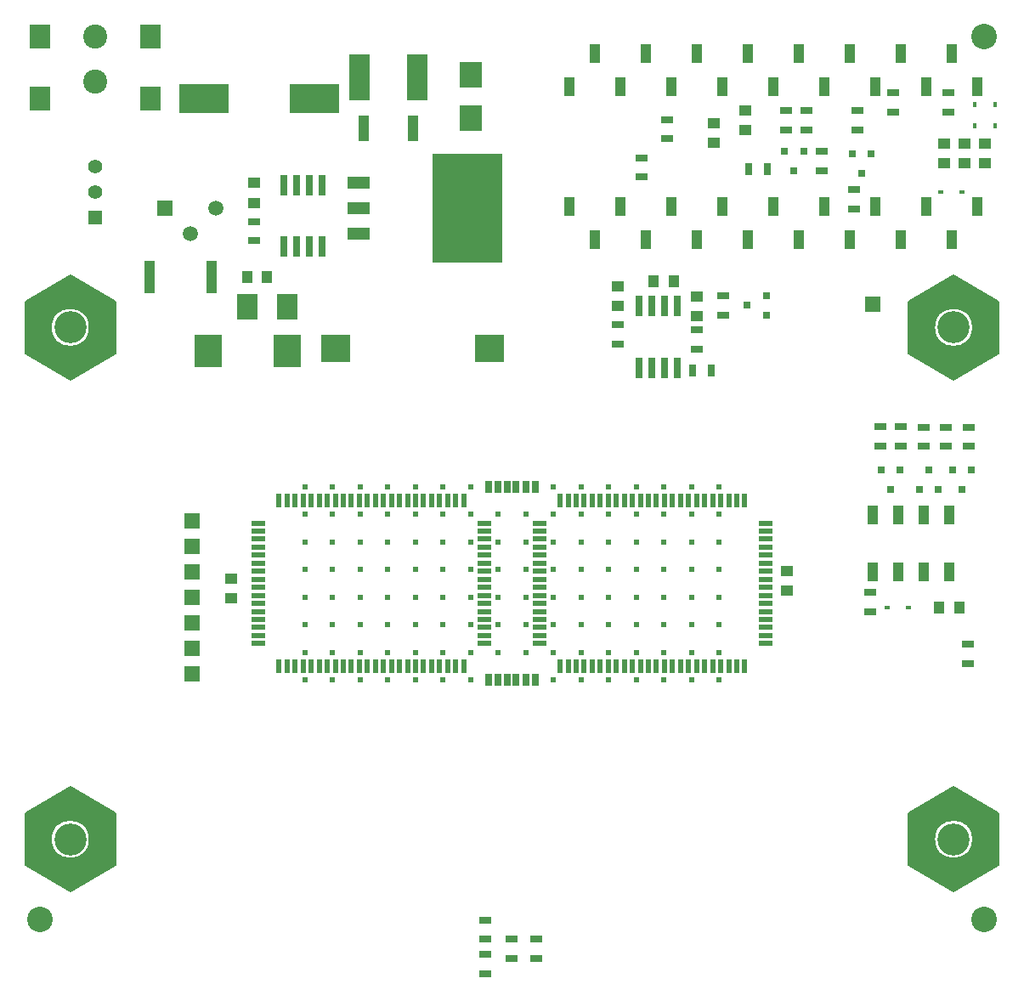
<source format=gbr>
G04 #@! TF.FileFunction,Soldermask,Bot*
%FSLAX46Y46*%
G04 Gerber Fmt 4.6, Leading zero omitted, Abs format (unit mm)*
G04 Created by KiCad (PCBNEW 4.1.0-alpha+201607190716+6983~46~ubuntu14.04.1-product) date Tue Aug 16 21:10:14 2016*
%MOMM*%
%LPD*%
G01*
G04 APERTURE LIST*
%ADD10C,0.100000*%
%ADD11C,2.250000*%
%ADD12C,0.150000*%
%ADD13C,1.000000*%
%ADD14R,0.660400X2.032000*%
%ADD15R,1.020000X1.900000*%
%ADD16C,1.510000*%
%ADD17R,1.510000X1.510000*%
%ADD18R,1.000000X3.200000*%
%ADD19R,1.000000X2.500000*%
%ADD20R,2.920000X2.790000*%
%ADD21R,2.286000X1.143000*%
%ADD22R,6.997700X10.800080*%
%ADD23R,1.000000X1.250000*%
%ADD24R,1.250000X1.000000*%
%ADD25R,2.000000X2.500000*%
%ADD26R,1.300000X0.700000*%
%ADD27R,5.000000X3.000000*%
%ADD28R,2.700000X3.200000*%
%ADD29R,1.020000X1.850000*%
%ADD30C,2.400000*%
%ADD31R,2.000000X2.400000*%
%ADD32R,0.450000X0.590000*%
%ADD33R,0.590000X0.450000*%
%ADD34R,0.800100X0.800100*%
%ADD35R,0.700000X1.300000*%
%ADD36R,1.397000X1.397000*%
%ADD37C,1.397000*%
%ADD38R,2.000000X4.600000*%
%ADD39R,2.300000X2.500000*%
%ADD40R,0.500000X1.480000*%
%ADD41R,1.480000X0.500000*%
%ADD42C,2.540000*%
%ADD43C,0.604800*%
%ADD44R,0.800000X1.300000*%
%ADD45R,1.501140X1.501140*%
%ADD46C,3.200000*%
G04 APERTURE END LIST*
D10*
D11*
X146982767Y-74000000D02*
G75*
G03X146982767Y-74000000I-2982767J0D01*
G01*
D12*
X139500000Y-71402000D02*
X139500000Y-76598000D01*
X148500000Y-71402000D02*
X148500000Y-76598000D01*
X144000000Y-68804000D02*
X148500000Y-71402000D01*
X139500000Y-71402000D02*
X144000000Y-68804000D01*
X144000000Y-79196000D02*
X139500000Y-76598000D01*
X148500000Y-76598000D02*
X144000000Y-79196000D01*
D13*
X140000000Y-71700000D02*
X144000000Y-69400000D01*
X140000000Y-76300000D02*
X140000000Y-71700000D01*
X144000000Y-78600000D02*
X140000000Y-76300000D01*
X148000000Y-76300000D02*
X144000000Y-78600000D01*
X148000000Y-71700000D02*
X148000000Y-76300000D01*
X144000000Y-69400000D02*
X148000000Y-71700000D01*
D11*
X58982767Y-74000000D02*
G75*
G03X58982767Y-74000000I-2982767J0D01*
G01*
D12*
X51500000Y-71402000D02*
X51500000Y-76598000D01*
X60500000Y-71402000D02*
X60500000Y-76598000D01*
X56000000Y-68804000D02*
X60500000Y-71402000D01*
X51500000Y-71402000D02*
X56000000Y-68804000D01*
X56000000Y-79196000D02*
X51500000Y-76598000D01*
X60500000Y-76598000D02*
X56000000Y-79196000D01*
D13*
X52000000Y-71700000D02*
X56000000Y-69400000D01*
X52000000Y-76300000D02*
X52000000Y-71700000D01*
X56000000Y-78600000D02*
X52000000Y-76300000D01*
X60000000Y-76300000D02*
X56000000Y-78600000D01*
X60000000Y-71700000D02*
X60000000Y-76300000D01*
X56000000Y-69400000D02*
X60000000Y-71700000D01*
D11*
X146982767Y-125000000D02*
G75*
G03X146982767Y-125000000I-2982767J0D01*
G01*
D12*
X139500000Y-122402000D02*
X139500000Y-127598000D01*
X148500000Y-122402000D02*
X148500000Y-127598000D01*
X144000000Y-119804000D02*
X148500000Y-122402000D01*
X139500000Y-122402000D02*
X144000000Y-119804000D01*
X144000000Y-130196000D02*
X139500000Y-127598000D01*
X148500000Y-127598000D02*
X144000000Y-130196000D01*
D13*
X140000000Y-122700000D02*
X144000000Y-120400000D01*
X140000000Y-127300000D02*
X140000000Y-122700000D01*
X144000000Y-129600000D02*
X140000000Y-127300000D01*
X148000000Y-127300000D02*
X144000000Y-129600000D01*
X148000000Y-122700000D02*
X148000000Y-127300000D01*
X144000000Y-120400000D02*
X148000000Y-122700000D01*
D11*
X58982767Y-125000000D02*
G75*
G03X58982767Y-125000000I-2982767J0D01*
G01*
D12*
X51500000Y-122402000D02*
X51500000Y-127598000D01*
X60500000Y-122402000D02*
X60500000Y-127598000D01*
X56000000Y-119804000D02*
X60500000Y-122402000D01*
X51500000Y-122402000D02*
X56000000Y-119804000D01*
X56000000Y-130196000D02*
X51500000Y-127598000D01*
X60500000Y-127598000D02*
X56000000Y-130196000D01*
D13*
X52000000Y-122700000D02*
X56000000Y-120400000D01*
X52000000Y-127300000D02*
X52000000Y-122700000D01*
X56000000Y-129600000D02*
X52000000Y-127300000D01*
X60000000Y-127300000D02*
X56000000Y-129600000D01*
X60000000Y-122700000D02*
X60000000Y-127300000D01*
X56000000Y-120400000D02*
X60000000Y-122700000D01*
D14*
X116507000Y-78030400D03*
X115237000Y-78030400D03*
X113967000Y-78030400D03*
X112697000Y-78030400D03*
X112697000Y-71883600D03*
X113967000Y-71883600D03*
X115237000Y-71883600D03*
X116507000Y-71883600D03*
D15*
X146320000Y-61970000D03*
X143780000Y-65270000D03*
X141240000Y-61970000D03*
X138700000Y-65270000D03*
X136160000Y-61970000D03*
X133620000Y-65270000D03*
X131080000Y-61970000D03*
X128540000Y-65270000D03*
X126000000Y-61970000D03*
X123460000Y-65270000D03*
X118380000Y-65270000D03*
X113300000Y-65270000D03*
X108220000Y-65270000D03*
X105680000Y-61970000D03*
X115840000Y-61970000D03*
X110760000Y-61970000D03*
X120920000Y-61970000D03*
X136160000Y-50030000D03*
X141240000Y-50030000D03*
X131080000Y-50030000D03*
X146320000Y-50030000D03*
X143780000Y-46730000D03*
X138700000Y-46730000D03*
X133620000Y-46730000D03*
X128540000Y-46730000D03*
X126000000Y-50030000D03*
X123460000Y-46730000D03*
X120920000Y-50030000D03*
X118380000Y-46730000D03*
X115840000Y-50030000D03*
X113300000Y-46730000D03*
X110760000Y-50030000D03*
X108220000Y-46730000D03*
X105680000Y-50030000D03*
D16*
X70536000Y-62154000D03*
D17*
X65456000Y-62154000D03*
D16*
X67996000Y-64694000D03*
D18*
X70074000Y-68994000D03*
X63874000Y-68994000D03*
D19*
X90125000Y-54135000D03*
X85225000Y-54135000D03*
D20*
X82409000Y-76092000D03*
X97779000Y-76092000D03*
D21*
X84760000Y-62122000D03*
D22*
X95555000Y-62122000D03*
D21*
X84760000Y-59582000D03*
X84760000Y-64662000D03*
D23*
X75594000Y-68994000D03*
X73594000Y-68994000D03*
D24*
X74340000Y-59612000D03*
X74340000Y-61612000D03*
D25*
X77610000Y-71915000D03*
X73610000Y-71915000D03*
D26*
X74340000Y-63472000D03*
X74340000Y-65372000D03*
D27*
X80354000Y-51200000D03*
X69354000Y-51200000D03*
D28*
X77655000Y-76360000D03*
X69755000Y-76360000D03*
D24*
X120104000Y-53618000D03*
X120104000Y-55618000D03*
X145082000Y-57669000D03*
X145082000Y-55669000D03*
X123238000Y-54367000D03*
X123238000Y-52367000D03*
X143050000Y-55669000D03*
X143050000Y-57669000D03*
D29*
X143610000Y-92706000D03*
X141070000Y-92706000D03*
X138530000Y-92706000D03*
X135990000Y-92706000D03*
X143610000Y-98356000D03*
X141070000Y-98356000D03*
X138530000Y-98356000D03*
X135990000Y-98356000D03*
D30*
X58500000Y-49500000D03*
D31*
X53000000Y-45000000D03*
X64000000Y-45000000D03*
X53000000Y-51200000D03*
X64000000Y-51200000D03*
D30*
X58500000Y-45000000D03*
D26*
X112954000Y-59024000D03*
X112954000Y-57124000D03*
X143472000Y-52520000D03*
X143472000Y-50620000D03*
D24*
X147114000Y-57669000D03*
X147114000Y-55669000D03*
D32*
X148130000Y-51804000D03*
X148130000Y-53914000D03*
D33*
X144867000Y-60479000D03*
X142757000Y-60479000D03*
D34*
X133886000Y-56665240D03*
X135786000Y-56665240D03*
X134836000Y-58664220D03*
X127155000Y-56411240D03*
X129055000Y-56411240D03*
X128105000Y-58410220D03*
D26*
X121082000Y-72764000D03*
X121082000Y-70864000D03*
X115494000Y-53314000D03*
X115494000Y-55214000D03*
D35*
X123558000Y-58193000D03*
X125458000Y-58193000D03*
D26*
X134074000Y-62172000D03*
X134074000Y-60272000D03*
X130899000Y-58362000D03*
X130899000Y-56462000D03*
X127302000Y-52417000D03*
X127302000Y-54317000D03*
X137970000Y-50639000D03*
X137970000Y-52539000D03*
X134414000Y-52417000D03*
X134414000Y-54317000D03*
D32*
X146098000Y-51804000D03*
X146098000Y-53914000D03*
D34*
X125384760Y-70864000D03*
X125384760Y-72764000D03*
X123385780Y-71814000D03*
D26*
X129334000Y-52417000D03*
X129334000Y-54317000D03*
D24*
X127432000Y-98246000D03*
X127432000Y-100246000D03*
X72060000Y-101008000D03*
X72060000Y-99008000D03*
D36*
X58500000Y-63040000D03*
D37*
X58500000Y-60500000D03*
X58500000Y-57960000D03*
D38*
X90575000Y-49055000D03*
X84775000Y-49055000D03*
D39*
X95930000Y-48810000D03*
X95930000Y-53110000D03*
D14*
X77267000Y-59810600D03*
X78537000Y-59810600D03*
X79807000Y-59810600D03*
X81077000Y-59810600D03*
X81077000Y-65957400D03*
X79807000Y-65957400D03*
X78537000Y-65957400D03*
X77267000Y-65957400D03*
D26*
X102410000Y-136867000D03*
X102410000Y-134967000D03*
X99997000Y-134967000D03*
X99997000Y-136867000D03*
X97330000Y-136491000D03*
X97330000Y-138391000D03*
X97330000Y-133062000D03*
X97330000Y-134962000D03*
D40*
X95200000Y-107740000D03*
X94400000Y-107740000D03*
X93600000Y-107740000D03*
X92800000Y-107740000D03*
X92000000Y-107740000D03*
X91200000Y-107740000D03*
X90400000Y-107740000D03*
X89600000Y-107740000D03*
X88800000Y-107740000D03*
X88000000Y-107740000D03*
X87200000Y-107740000D03*
X86400000Y-107740000D03*
X85600000Y-107740000D03*
X84800000Y-107740000D03*
X84000000Y-107740000D03*
X83200000Y-107740000D03*
X82400000Y-107740000D03*
X81600000Y-107740000D03*
X80800000Y-107740000D03*
X80000000Y-107740000D03*
X79200000Y-107740000D03*
X78400000Y-107740000D03*
X77600000Y-107740000D03*
X76800000Y-107740000D03*
D41*
X74760000Y-105500000D03*
X74760000Y-104700000D03*
X74760000Y-103900000D03*
X74760000Y-103100000D03*
X74760000Y-102300000D03*
X74760000Y-101500000D03*
X74760000Y-100700000D03*
X74760000Y-99900000D03*
X74760000Y-99100000D03*
X74760000Y-98300000D03*
X74760000Y-97500000D03*
X74760000Y-96700000D03*
X74760000Y-95900000D03*
X74760000Y-95100000D03*
X74760000Y-94300000D03*
X74760000Y-93500000D03*
D40*
X76800000Y-91260000D03*
X77600000Y-91260000D03*
X78400000Y-91260000D03*
X79200000Y-91260000D03*
X80000000Y-91260000D03*
X80800000Y-91260000D03*
X81600000Y-91260000D03*
X82400000Y-91260000D03*
X83200000Y-91260000D03*
X84000000Y-91260000D03*
X84800000Y-91260000D03*
X85600000Y-91260000D03*
X86400000Y-91260000D03*
X87200000Y-91260000D03*
X88000000Y-91260000D03*
X88800000Y-91260000D03*
X89600000Y-91260000D03*
X90400000Y-91260000D03*
X91200000Y-91260000D03*
X92000000Y-91260000D03*
X92800000Y-91260000D03*
X93600000Y-91260000D03*
X94400000Y-91260000D03*
X95200000Y-91260000D03*
D41*
X97240000Y-93500000D03*
X97240000Y-94300000D03*
X97240000Y-95100000D03*
X97240000Y-95900000D03*
X97240000Y-96700000D03*
X97240000Y-97500000D03*
X97240000Y-98300000D03*
X97240000Y-99100000D03*
X97240000Y-99900000D03*
X97240000Y-100700000D03*
X97240000Y-101500000D03*
X97240000Y-102300000D03*
X97240000Y-103100000D03*
X97240000Y-103900000D03*
X97240000Y-104700000D03*
X97240000Y-105500000D03*
D40*
X104800000Y-91260000D03*
X105600000Y-91260000D03*
X106400000Y-91260000D03*
X107200000Y-91260000D03*
X108000000Y-91260000D03*
X108800000Y-91260000D03*
X109600000Y-91260000D03*
X110400000Y-91260000D03*
X111200000Y-91260000D03*
X112000000Y-91260000D03*
X112800000Y-91260000D03*
X113600000Y-91260000D03*
X114400000Y-91260000D03*
X115200000Y-91260000D03*
X116000000Y-91260000D03*
X116800000Y-91260000D03*
X117600000Y-91260000D03*
X118400000Y-91260000D03*
X119200000Y-91260000D03*
X120000000Y-91260000D03*
X120800000Y-91260000D03*
X121600000Y-91260000D03*
X122400000Y-91260000D03*
X123200000Y-91260000D03*
D41*
X125240000Y-93500000D03*
X125240000Y-94300000D03*
X125240000Y-95100000D03*
X125240000Y-95900000D03*
X125240000Y-96700000D03*
X125240000Y-97500000D03*
X125240000Y-98300000D03*
X125240000Y-99100000D03*
X125240000Y-99900000D03*
X125240000Y-100700000D03*
X125240000Y-101500000D03*
X125240000Y-102300000D03*
X125240000Y-103100000D03*
X125240000Y-103900000D03*
X125240000Y-104700000D03*
X125240000Y-105500000D03*
D40*
X123200000Y-107740000D03*
X122400000Y-107740000D03*
X121600000Y-107740000D03*
X120800000Y-107740000D03*
X120000000Y-107740000D03*
X119200000Y-107740000D03*
X118400000Y-107740000D03*
X117600000Y-107740000D03*
X116800000Y-107740000D03*
X116000000Y-107740000D03*
X115200000Y-107740000D03*
X114400000Y-107740000D03*
X113600000Y-107740000D03*
X112800000Y-107740000D03*
X112000000Y-107740000D03*
X111200000Y-107740000D03*
X110400000Y-107740000D03*
X109600000Y-107740000D03*
X108800000Y-107740000D03*
X108000000Y-107740000D03*
X107200000Y-107740000D03*
X106400000Y-107740000D03*
X105600000Y-107740000D03*
X104800000Y-107740000D03*
D41*
X102760000Y-105500000D03*
X102760000Y-104700000D03*
X102760000Y-103900000D03*
X102760000Y-103100000D03*
X102760000Y-102300000D03*
X102760000Y-101500000D03*
X102760000Y-100700000D03*
X102760000Y-99900000D03*
X102760000Y-99100000D03*
X102760000Y-98300000D03*
X102760000Y-97500000D03*
X102760000Y-96700000D03*
X102760000Y-95900000D03*
X102760000Y-95100000D03*
X102760000Y-94300000D03*
X102760000Y-93500000D03*
D42*
X147000000Y-45000000D03*
X147000000Y-133000000D03*
X53000000Y-133000000D03*
D23*
X142558000Y-101881000D03*
X144558000Y-101881000D03*
D33*
X139533000Y-101881000D03*
X137423000Y-101881000D03*
D34*
X142476000Y-90181760D03*
X140576000Y-90181760D03*
X141526000Y-88182780D03*
X143878000Y-88180240D03*
X145778000Y-88180240D03*
X144828000Y-90179220D03*
X136766000Y-88180240D03*
X138666000Y-88180240D03*
X137716000Y-90179220D03*
D26*
X141000000Y-85825000D03*
X141000000Y-83925000D03*
X135684000Y-100423000D03*
X135684000Y-102323000D03*
X143250000Y-83925000D03*
X143250000Y-85825000D03*
X145450000Y-105575000D03*
X145450000Y-107475000D03*
X136700000Y-83913000D03*
X136700000Y-85813000D03*
X138732000Y-85813000D03*
X138732000Y-83913000D03*
X145500000Y-85825000D03*
X145500000Y-83925000D03*
D24*
X118412000Y-70909000D03*
X118412000Y-72909000D03*
D23*
X114110000Y-69369000D03*
X116110000Y-69369000D03*
D24*
X110538000Y-71893000D03*
X110538000Y-69893000D03*
D35*
X119870000Y-78259000D03*
X117970000Y-78259000D03*
D26*
X118412000Y-76161000D03*
X118412000Y-74261000D03*
X110538000Y-75653000D03*
X110538000Y-73753000D03*
D43*
X120625000Y-98125000D03*
X120625000Y-95375000D03*
X120625000Y-92625000D03*
X120625000Y-89875000D03*
X117875000Y-98125000D03*
X117875000Y-95375000D03*
X117875000Y-89875000D03*
X117875000Y-92625000D03*
X115125000Y-98125000D03*
X115125000Y-92625000D03*
X115125000Y-89875000D03*
X115125000Y-95375000D03*
X112375000Y-98125000D03*
X112375000Y-89875000D03*
X112375000Y-92625000D03*
X112375000Y-95375000D03*
X109625000Y-98125000D03*
X109625000Y-89875000D03*
X109625000Y-92625000D03*
X109625000Y-95375000D03*
X106875000Y-89875000D03*
X106875000Y-92625000D03*
X106875000Y-95375000D03*
X106875000Y-98125000D03*
X104125000Y-89875000D03*
X101375000Y-92625000D03*
X104125000Y-95375000D03*
X101375000Y-95375000D03*
X104125000Y-92625000D03*
X101375000Y-89875000D03*
X101375000Y-98125000D03*
X104125000Y-98125000D03*
X104125000Y-100875000D03*
X101375000Y-100875000D03*
X101375000Y-109125000D03*
X104125000Y-106375000D03*
X104125000Y-103625000D03*
X101375000Y-103625000D03*
X101375000Y-106375000D03*
X104125000Y-109125000D03*
X106875000Y-100875000D03*
X106875000Y-103625000D03*
X106875000Y-106375000D03*
X106875000Y-109125000D03*
X109625000Y-103625000D03*
X109625000Y-106375000D03*
X109625000Y-109125000D03*
X109625000Y-100875000D03*
X112375000Y-103625000D03*
X112375000Y-106375000D03*
X112375000Y-109125000D03*
X112375000Y-100875000D03*
X115125000Y-103625000D03*
X115125000Y-109125000D03*
X115125000Y-106375000D03*
X115125000Y-100875000D03*
X117875000Y-106375000D03*
X117875000Y-109125000D03*
X117875000Y-103625000D03*
X117875000Y-100875000D03*
X120625000Y-109125000D03*
X120625000Y-106375000D03*
X120625000Y-103625000D03*
X120625000Y-100875000D03*
X98625000Y-109125000D03*
X95875000Y-109125000D03*
X93125000Y-109125000D03*
X90375000Y-109125000D03*
X87625000Y-109125000D03*
X84875000Y-109125000D03*
X82125000Y-109125000D03*
X79375000Y-109125000D03*
X98625000Y-106375000D03*
X95875000Y-106375000D03*
X93125000Y-106375000D03*
X90375000Y-106375000D03*
X87625000Y-106375000D03*
X84875000Y-106375000D03*
X82125000Y-106375000D03*
X79375000Y-106375000D03*
X98625000Y-103625000D03*
X95875000Y-103625000D03*
X93125000Y-103625000D03*
X90375000Y-103625000D03*
X87625000Y-103625000D03*
X84875000Y-103625000D03*
X82125000Y-103625000D03*
X79375000Y-103625000D03*
X98625000Y-100875000D03*
X95875000Y-100875000D03*
X93125000Y-100875000D03*
X90375000Y-100875000D03*
X87625000Y-100875000D03*
X84875000Y-100875000D03*
X82125000Y-100875000D03*
X79375000Y-100875000D03*
X98625000Y-98125000D03*
X95875000Y-98125000D03*
X93125000Y-98125000D03*
X90375000Y-98125000D03*
X87625000Y-98125000D03*
X84875000Y-98125000D03*
X82125000Y-98125000D03*
X79375000Y-98125000D03*
X98625000Y-95375000D03*
X95875000Y-95375000D03*
X93125000Y-95375000D03*
X90375000Y-95375000D03*
X87625000Y-95375000D03*
X84875000Y-95375000D03*
X82125000Y-95375000D03*
X79375000Y-95375000D03*
X98625000Y-92625000D03*
X95875000Y-92625000D03*
X93125000Y-92625000D03*
X90375000Y-92625000D03*
X87625000Y-92625000D03*
X84875000Y-92625000D03*
X82125000Y-92625000D03*
X79375000Y-92625000D03*
X98625000Y-89875000D03*
X95875000Y-89875000D03*
X93125000Y-89875000D03*
X90375000Y-89875000D03*
X87625000Y-89875000D03*
X84875000Y-89875000D03*
X82125000Y-89875000D03*
X79375000Y-89875000D03*
D44*
X101370000Y-109104000D03*
D35*
X100420000Y-109104000D03*
X102320000Y-109104000D03*
D44*
X98620000Y-89854000D03*
D35*
X97670000Y-89854000D03*
X99570000Y-89854000D03*
D44*
X101370000Y-89854000D03*
D35*
X100420000Y-89854000D03*
X102320000Y-89854000D03*
D44*
X98620000Y-109104000D03*
D35*
X99570000Y-109104000D03*
X97670000Y-109104000D03*
D45*
X68120000Y-103405000D03*
X68120000Y-108485000D03*
X68120000Y-95785000D03*
X68120000Y-93245000D03*
X68120000Y-105945000D03*
X68120000Y-98325000D03*
X68120000Y-100865000D03*
X135938000Y-71655000D03*
D46*
X144000000Y-74000000D03*
X56000000Y-74000000D03*
X144000000Y-125000000D03*
X56000000Y-125000000D03*
M02*

</source>
